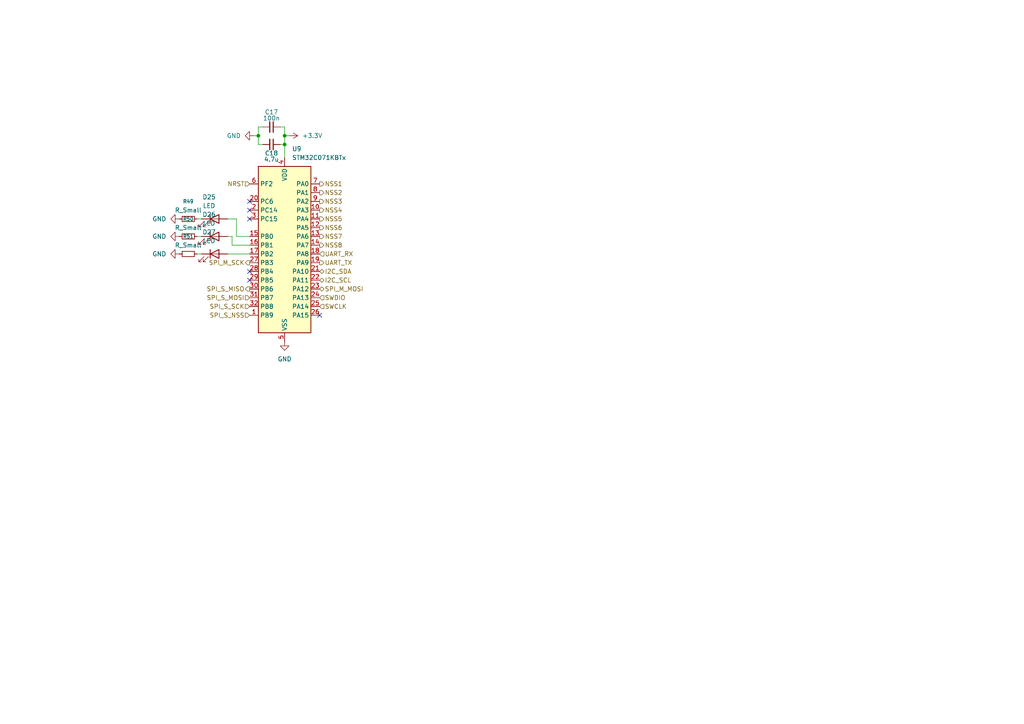
<source format=kicad_sch>
(kicad_sch (version 20250114) (generator "eeschema") (generator_version "9.0")
  (paper "A4")
  (lib_symbols
    (symbol "Device:C_Small" (pin_numbers (hide yes)) (pin_names (offset 0.254) (hide yes))
      (property "Reference" "C" (at 0.254 1.778 0))
      (property "Value" "C_Small" (at 0.254 -2.032 0))
      (symbol "C_Small_0_1"
        (polyline (pts (xy -1.524 0.508) (xy 1.524 0.508)) (stroke (width 0.3048)))
        (polyline (pts (xy -1.524 -0.508) (xy 1.524 -0.508)) (stroke (width 0.3302)))
      )
      (symbol "C_Small_1_1"
        (pin passive line (at 0 2.54 270) (length 2.032) (name "~") (number "1"))
        (pin passive line (at 0 -2.54 90) (length 2.032) (name "~") (number "2"))
      )
    )
    (symbol "Device:LED" (pin_numbers (hide yes)) (pin_names (offset 1.016) (hide yes))
      (property "Reference" "D" (at 0 2.54 0))
      (property "Value" "LED" (at 0 -2.54 0))
      (symbol "LED_0_1"
        (polyline (pts (xy -3.048 -0.762) (xy -4.572 -2.286) (xy -3.81 -2.286) (xy -4.572 -2.286) (xy -4.572 -1.524)))
        (polyline (pts (xy -1.778 -0.762) (xy -3.302 -2.286) (xy -2.54 -2.286) (xy -3.302 -2.286) (xy -3.302 -1.524)))
        (polyline (pts (xy -1.27 0) (xy 1.27 0)))
        (polyline (pts (xy -1.27 -1.27) (xy -1.27 1.27)) (stroke (width 0.254)))
        (polyline (pts (xy 1.27 -1.27) (xy 1.27 1.27) (xy -1.27 0) (xy 1.27 -1.27)) (stroke (width 0.254)))
      )
      (symbol "LED_1_1"
        (pin passive line (at -3.81 0 0) (length 2.54) (name "K") (number "1"))
        (pin passive line (at 3.81 0 180) (length 2.54) (name "A") (number "2"))
      )
    )
    (symbol "Device:R_Small" (pin_numbers (hide yes)) (pin_names (offset 0.254) (hide yes))
      (property "Reference" "R" (at 0 0 90))
      (property "Value" "R_Small" (at 1.778 0 90))
      (symbol "R_Small_0_1"
        (rectangle (start -0.762 1.778) (end 0.762 -1.778) (stroke (width 0.2032)))
      )
      (symbol "R_Small_1_1"
        (pin passive line (at 0 2.54 270) (length 0.762) (name "~") (number "1"))
        (pin passive line (at 0 -2.54 90) (length 0.762) (name "~") (number "2"))
      )
    )
    (symbol "MCU_ST_STM32C0:STM32C071KBTx"
      (property "Reference" "U" (at -7.62 26.67 0))
      (property "Value" "STM32C071KBTx" (at 2.54 26.67 0))
      (symbol "STM32C071KBTx_0_1"
        (rectangle (start -7.62 -22.86) (end 7.62 25.4) (stroke (width 0.254)) (fill (type background)))
      )
      (symbol "STM32C071KBTx_1_1"
        (pin bidirectional line (at -10.16 20.32 0) (length 2.54) (name "PF2") (number "6"))
        (pin bidirectional line (at -10.16 15.24 0) (length 2.54) (name "PC6") (number "20"))
        (pin bidirectional line (at -10.16 12.7 0) (length 2.54) (name "PC14") (number "2"))
        (pin bidirectional line (at -10.16 10.16 0) (length 2.54) (name "PC15") (number "3"))
        (pin bidirectional line (at -10.16 5.08 0) (length 2.54) (name "PB0") (number "15"))
        (pin bidirectional line (at -10.16 2.54 0) (length 2.54) (name "PB1") (number "16"))
        (pin bidirectional line (at -10.16 0 0) (length 2.54) (name "PB2") (number "17"))
        (pin bidirectional line (at -10.16 -2.54 0) (length 2.54) (name "PB3") (number "27"))
        (pin bidirectional line (at -10.16 -5.08 0) (length 2.54) (name "PB4") (number "28"))
        (pin bidirectional line (at -10.16 -7.62 0) (length 2.54) (name "PB5") (number "29"))
        (pin bidirectional line (at -10.16 -10.16 0) (length 2.54) (name "PB6") (number "30"))
        (pin bidirectional line (at -10.16 -12.7 0) (length 2.54) (name "PB7") (number "31"))
        (pin bidirectional line (at -10.16 -15.24 0) (length 2.54) (name "PB8") (number "32"))
        (pin bidirectional line (at -10.16 -17.78 0) (length 2.54) (name "PB9") (number "1"))
        (pin power_in line (at 0 27.94 270) (length 2.54) (name "VDD") (number "4"))
        (pin power_in line (at 0 -25.4 90) (length 2.54) (name "VSS") (number "5"))
        (pin bidirectional line (at 10.16 20.32 180) (length 2.54) (name "PA0") (number "7"))
        (pin bidirectional line (at 10.16 17.78 180) (length 2.54) (name "PA1") (number "8"))
        (pin bidirectional line (at 10.16 15.24 180) (length 2.54) (name "PA2") (number "9"))
        (pin bidirectional line (at 10.16 12.7 180) (length 2.54) (name "PA3") (number "10"))
        (pin bidirectional line (at 10.16 10.16 180) (length 2.54) (name "PA4") (number "11"))
        (pin bidirectional line (at 10.16 7.62 180) (length 2.54) (name "PA5") (number "12"))
        (pin bidirectional line (at 10.16 5.08 180) (length 2.54) (name "PA6") (number "13"))
        (pin bidirectional line (at 10.16 2.54 180) (length 2.54) (name "PA7") (number "14"))
        (pin bidirectional line (at 10.16 0 180) (length 2.54) (name "PA8") (number "18"))
        (pin bidirectional line (at 10.16 -2.54 180) (length 2.54) (name "PA9") (number "19"))
        (pin bidirectional line (at 10.16 -5.08 180) (length 2.54) (name "PA10") (number "21"))
        (pin bidirectional line (at 10.16 -7.62 180) (length 2.54) (name "PA11") (number "22"))
        (pin bidirectional line (at 10.16 -10.16 180) (length 2.54) (name "PA12") (number "23"))
        (pin bidirectional line (at 10.16 -12.7 180) (length 2.54) (name "PA13") (number "24"))
        (pin bidirectional line (at 10.16 -15.24 180) (length 2.54) (name "PA14") (number "25"))
        (pin bidirectional line (at 10.16 -17.78 180) (length 2.54) (name "PA15") (number "26"))
      )
    )
    (symbol "power:+3.3V" (power) (pin_numbers (hide yes)) (pin_names (offset 0) (hide yes))
      (property "Value" "+3.3V" (at 0 3.556 0))
      (symbol "+3.3V_0_1"
        (polyline (pts (xy -0.762 1.27) (xy 0 2.54)))
        (polyline (pts (xy 0 2.54) (xy 0.762 1.27)))
        (polyline (pts (xy 0 0) (xy 0 2.54)))
      )
      (symbol "+3.3V_1_1"
        (pin power_in line (at 0 0 90) (length 0) (name "~") (number "1"))
      )
    )
    (symbol "power:GND" (power) (pin_numbers (hide yes)) (pin_names (offset 0) (hide yes))
      (property "Value" "GND" (at 0 -3.81 0))
      (symbol "GND_0_1"
        (polyline (pts (xy 0 0) (xy 0 -1.27) (xy 1.27 -1.27) (xy 0 -2.54) (xy -1.27 -1.27) (xy 0 -1.27)))
      )
      (symbol "GND_1_1"
        (pin power_in line (at 0 0 270) (length 0) (name "~") (number "1"))
      )
    )
  )
  (junction (at 74.93 39.37))
  (junction (at 82.55 39.37))
  (junction (at 82.55 41.91))
  (no_connect (at 72.39 58.42))
  (no_connect (at 72.39 63.5))
  (no_connect (at 72.39 78.74))
  (no_connect (at 72.39 81.28))
  (no_connect (at 72.39 60.96))
  (no_connect (at 92.71 91.44))
  (wire (pts (xy 73.66 39.37) (xy 74.93 39.37)))
  (wire (pts (xy 68.58 68.58) (xy 68.58 63.5)))
  (wire (pts (xy 82.55 39.37) (xy 82.55 36.83)))
  (wire (pts (xy 74.93 36.83) (xy 76.2 36.83)))
  (wire (pts (xy 57.15 68.58) (xy 58.42 68.58)))
  (wire (pts (xy 67.31 71.12) (xy 67.31 68.58)))
  (wire (pts (xy 82.55 39.37) (xy 82.55 41.91)))
  (wire (pts (xy 72.39 71.12) (xy 67.31 71.12)))
  (wire (pts (xy 68.58 63.5) (xy 66.04 63.5)))
  (wire (pts (xy 74.93 36.83) (xy 74.93 39.37)))
  (wire (pts (xy 67.31 68.58) (xy 66.04 68.58)))
  (wire (pts (xy 57.15 73.66) (xy 58.42 73.66)))
  (wire (pts (xy 81.28 41.91) (xy 82.55 41.91)))
  (wire (pts (xy 72.39 68.58) (xy 68.58 68.58)))
  (wire (pts (xy 74.93 39.37) (xy 74.93 41.91)))
  (wire (pts (xy 82.55 41.91) (xy 82.55 45.72)))
  (wire (pts (xy 74.93 41.91) (xy 76.2 41.91)))
  (wire (pts (xy 81.28 36.83) (xy 82.55 36.83)))
  (wire (pts (xy 57.15 63.5) (xy 58.42 63.5)))
  (wire (pts (xy 66.04 73.66) (xy 72.39 73.66)))
  (wire (pts (xy 83.82 39.37) (xy 82.55 39.37)))
  (hierarchical_label "NRST" (shape input) (at 72.39 53.34 180))
  (hierarchical_label "SWCLK" (shape input) (at 92.71 88.9 0))
  (hierarchical_label "NSS2" (shape output) (at 92.71 55.88 0))
  (hierarchical_label "SWDIO" (shape input) (at 92.71 86.36 0))
  (hierarchical_label "NSS7" (shape output) (at 92.71 68.58 0))
  (hierarchical_label "NSS8" (shape output) (at 92.71 71.12 0))
  (hierarchical_label "NSS3" (shape output) (at 92.71 58.42 0))
  (hierarchical_label "SPI_S_MOSI" (shape input) (at 72.39 86.36 180))
  (hierarchical_label "NSS6" (shape output) (at 92.71 66.04 0))
  (hierarchical_label "SPI_S_NSS" (shape input) (at 72.39 91.44 180))
  (hierarchical_label "SPI_S_SCK" (shape input) (at 72.39 88.9 180))
  (hierarchical_label "UART_RX" (shape input) (at 92.71 73.66 0))
  (hierarchical_label "I2C_SCL" (shape bidirectional) (at 92.71 81.28 0))
  (hierarchical_label "I2C_SDA" (shape bidirectional) (at 92.71 78.74 0))
  (hierarchical_label "SPI_M_SCK" (shape output) (at 72.39 76.2 180))
  (hierarchical_label "SPI_M_MOSI" (shape bidirectional) (at 92.71 83.82 0))
  (hierarchical_label "NSS5" (shape output) (at 92.71 63.5 0))
  (hierarchical_label "NSS4" (shape output) (at 92.71 60.96 0))
  (hierarchical_label "NSS1" (shape output) (at 92.71 53.34 0))
  (hierarchical_label "UART_TX" (shape output) (at 92.71 76.2 0))
  (hierarchical_label "SPI_S_MISO" (shape output) (at 72.39 83.82 180))
  (symbol (lib_id "Device:C_Small") (at 78.74 41.91 270) (unit 1)
    (property "Reference" "C18" (at 78.74 44.45 90))
    (property "Value" "4.7u" (at 78.74 46.228 90))
    (property "Footprint" "Capacitor_SMD:C_0603_1608Metric" (effects (hide yes)))
    (property "Description" "Unpolarized capacitor, small symbol" (effects (hide yes)))
  )
  (symbol (lib_id "MCU_ST_STM32C0:STM32C071KBTx") (at 82.55 73.66 0) (unit 1)
    (property "Reference" "U9" (at 84.6933 43.18 0) (effects (justify left)))
    (property "Value" "STM32C071KBTx" (at 84.6933 45.72 0) (effects (justify left)))
    (property "Footprint" "Package_QFP:LQFP-32_7x7mm_P0.8mm" (effects (hide yes)))
    (property "Datasheet" "https://www.st.com/resource/en/datasheet/stm32c071kb.pdf" (effects (hide yes)))
    (property "Description" "STMicroelectronics Arm Cortex-M0+ MCU, 128KB flash, 24KB RAM, 30 GPIO, LQFP32_GP" (effects (hide yes)))
  )
  (symbol (lib_id "Device:R_Small") (at 54.61 63.5 90) (unit 1)
    (property "Reference" "R49" (at 54.61 58.42 90) (effects (font (size 1.016 1.016))))
    (property "Value" "R_Small" (at 54.61 60.96 90))
    (property "Footprint" "PCM_Resistor_SMD_AKL:R_0603_1608Metric_Pad0.98x0.95mm_HandSolder" (effects (hide yes)))
    (property "Description" "Resistor, small symbol" (effects (hide yes)))
  )
  (symbol (lib_id "power:GND") (at 52.07 68.58 270) (unit 1)
    (property "Reference" "#PWR074" (effects (hide yes)))
    (property "Value" "GND" (at 48.26 68.5799 90) (effects (justify right)))
    (property "Description" "Power symbol creates a global label with name \"GND\" , ground" (effects (hide yes)))
  )
  (symbol (lib_id "Device:LED") (at 62.23 68.58 0) (unit 1)
    (property "Reference" "D26" (at 60.6425 62.23 0))
    (property "Value" "LED" (at 60.6425 64.77 0))
    (property "Footprint" "LED_SMD:LED_0603_1608Metric_Pad1.05x0.95mm_HandSolder" (effects (hide yes)))
    (property "Description" "Light emitting diode" (effects (hide yes)))
    (property "Sim.Pins" "1=K 2=A" (effects (hide yes)))
  )
  (symbol (lib_id "power:GND") (at 52.07 73.66 270) (unit 1)
    (property "Reference" "#PWR073" (effects (hide yes)))
    (property "Value" "GND" (at 48.26 73.6599 90) (effects (justify right)))
    (property "Description" "Power symbol creates a global label with name \"GND\" , ground" (effects (hide yes)))
  )
  (symbol (lib_id "power:+3.3V") (at 83.82 39.37 270) (unit 1)
    (property "Reference" "#PWR078" (effects (hide yes)))
    (property "Value" "+3.3V" (at 87.63 39.3699 90) (effects (justify left)))
    (property "Description" "Power symbol creates a global label with name \"+3.3V\"" (effects (hide yes)))
  )
  (symbol (lib_id "Device:LED") (at 62.23 63.5 0) (unit 1)
    (property "Reference" "D25" (at 60.6425 57.15 0))
    (property "Value" "LED" (at 60.6425 59.69 0))
    (property "Footprint" "LED_SMD:LED_0603_1608Metric_Pad1.05x0.95mm_HandSolder" (effects (hide yes)))
    (property "Description" "Light emitting diode" (effects (hide yes)))
    (property "Sim.Pins" "1=K 2=A" (effects (hide yes)))
  )
  (symbol (lib_id "Device:R_Small") (at 54.61 68.58 90) (unit 1)
    (property "Reference" "R50" (at 54.61 63.5 90) (effects (font (size 1.016 1.016))))
    (property "Value" "R_Small" (at 54.61 66.04 90))
    (property "Footprint" "PCM_Resistor_SMD_AKL:R_0603_1608Metric_Pad0.98x0.95mm_HandSolder" (effects (hide yes)))
    (property "Description" "Resistor, small symbol" (effects (hide yes)))
  )
  (symbol (lib_id "power:GND") (at 73.66 39.37 270) (unit 1)
    (property "Reference" "#PWR076" (effects (hide yes)))
    (property "Value" "GND" (at 69.85 39.3699 90) (effects (justify right)))
    (property "Description" "Power symbol creates a global label with name \"GND\" , ground" (effects (hide yes)))
  )
  (symbol (lib_id "power:GND") (at 82.55 99.06 0) (unit 1)
    (property "Reference" "#PWR077" (effects (hide yes)))
    (property "Value" "GND" (at 82.55 104.14 0))
    (property "Description" "Power symbol creates a global label with name \"GND\" , ground" (effects (hide yes)))
  )
  (symbol (lib_id "Device:C_Small") (at 78.74 36.83 270) (unit 1)
    (property "Reference" "C17" (at 78.74 32.512 90))
    (property "Value" "100n" (at 78.74 34.29 90))
    (property "Footprint" "Capacitor_SMD:C_0603_1608Metric" (effects (hide yes)))
    (property "Description" "Unpolarized capacitor, small symbol" (effects (hide yes)))
  )
  (symbol (lib_id "Device:R_Small") (at 54.61 73.66 90) (unit 1)
    (property "Reference" "R51" (at 54.61 68.58 90) (effects (font (size 1.016 1.016))))
    (property "Value" "R_Small" (at 54.61 71.12 90))
    (property "Footprint" "PCM_Resistor_SMD_AKL:R_0603_1608Metric_Pad0.98x0.95mm_HandSolder" (effects (hide yes)))
    (property "Description" "Resistor, small symbol" (effects (hide yes)))
  )
  (symbol (lib_id "power:GND") (at 52.07 63.5 270) (unit 1)
    (property "Reference" "#PWR075" (effects (hide yes)))
    (property "Value" "GND" (at 48.26 63.4999 90) (effects (justify right)))
    (property "Description" "Power symbol creates a global label with name \"GND\" , ground" (effects (hide yes)))
  )
  (symbol (lib_id "Device:LED") (at 62.23 73.66 0) (unit 1)
    (property "Reference" "D27" (at 60.6425 67.31 0))
    (property "Value" "LED" (at 60.6425 69.85 0))
    (property "Footprint" "LED_SMD:LED_0603_1608Metric_Pad1.05x0.95mm_HandSolder" (effects (hide yes)))
    (property "Description" "Light emitting diode" (effects (hide yes)))
    (property "Sim.Pins" "1=K 2=A" (effects (hide yes)))
  )
)
</source>
